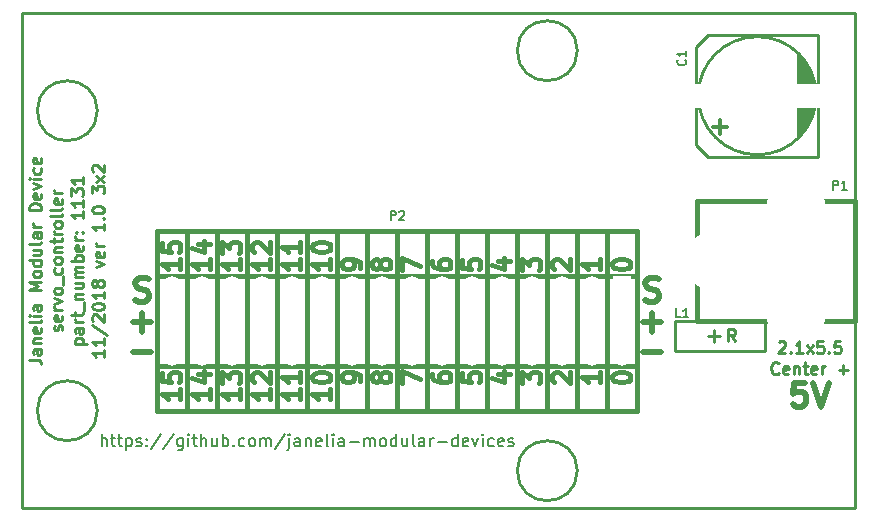
<source format=gto>
G04 #@! TF.GenerationSoftware,KiCad,Pcbnew,6.0.0-rc1-unknown-4d73cfb~66~ubuntu18.04.1*
G04 #@! TF.CreationDate,2018-11-28T14:14:14-05:00
G04 #@! TF.ProjectId,servo_controller_3x2,73657276-6f5f-4636-9f6e-74726f6c6c65,1.0*
G04 #@! TF.SameCoordinates,Original*
G04 #@! TF.FileFunction,Legend,Top*
G04 #@! TF.FilePolarity,Positive*
%FSLAX46Y46*%
G04 Gerber Fmt 4.6, Leading zero omitted, Abs format (unit mm)*
G04 Created by KiCad (PCBNEW 6.0.0-rc1-unknown-4d73cfb~66~ubuntu18.04.1) date Wed 28 Nov 2018 02:14:14 PM EST*
%MOMM*%
%LPD*%
G01*
G04 APERTURE LIST*
%ADD10C,0.508000*%
%ADD11C,0.254000*%
%ADD12C,0.228600*%
%ADD13C,0.190500*%
%ADD14C,0.381000*%
%ADD15C,0.250000*%
%ADD16C,0.375000*%
%ADD17C,3.556000*%
%ADD18O,1.854200X2.540000*%
%ADD19R,1.854200X2.540000*%
%ADD20O,1.524000X2.032000*%
%ADD21R,1.524000X2.032000*%
%ADD22R,4.100000X2.000000*%
%ADD23O,2.032000X1.524000*%
%ADD24C,1.930400*%
%ADD25O,4.572000X3.556000*%
%ADD26O,4.064000X5.080000*%
%ADD27O,5.080000X3.556000*%
G04 APERTURE END LIST*
D10*
X152012952Y-99217238D02*
X151045333Y-99217238D01*
X150948571Y-100184857D01*
X151045333Y-100088095D01*
X151238857Y-99991333D01*
X151722666Y-99991333D01*
X151916190Y-100088095D01*
X152012952Y-100184857D01*
X152109714Y-100378380D01*
X152109714Y-100862190D01*
X152012952Y-101055714D01*
X151916190Y-101152476D01*
X151722666Y-101249238D01*
X151238857Y-101249238D01*
X151045333Y-101152476D01*
X150948571Y-101055714D01*
X152690285Y-99217238D02*
X153367619Y-101249238D01*
X154044952Y-99217238D01*
D11*
X149763238Y-95806380D02*
X149811619Y-95758000D01*
X149908380Y-95709619D01*
X150150285Y-95709619D01*
X150247047Y-95758000D01*
X150295428Y-95806380D01*
X150343809Y-95903142D01*
X150343809Y-95999904D01*
X150295428Y-96145047D01*
X149714857Y-96725619D01*
X150343809Y-96725619D01*
X150779238Y-96628857D02*
X150827619Y-96677238D01*
X150779238Y-96725619D01*
X150730857Y-96677238D01*
X150779238Y-96628857D01*
X150779238Y-96725619D01*
X151795238Y-96725619D02*
X151214666Y-96725619D01*
X151504952Y-96725619D02*
X151504952Y-95709619D01*
X151408190Y-95854761D01*
X151311428Y-95951523D01*
X151214666Y-95999904D01*
X152133904Y-96725619D02*
X152666095Y-96048285D01*
X152133904Y-96048285D02*
X152666095Y-96725619D01*
X153536952Y-95709619D02*
X153053142Y-95709619D01*
X153004761Y-96193428D01*
X153053142Y-96145047D01*
X153149904Y-96096666D01*
X153391809Y-96096666D01*
X153488571Y-96145047D01*
X153536952Y-96193428D01*
X153585333Y-96290190D01*
X153585333Y-96532095D01*
X153536952Y-96628857D01*
X153488571Y-96677238D01*
X153391809Y-96725619D01*
X153149904Y-96725619D01*
X153053142Y-96677238D01*
X153004761Y-96628857D01*
X154020761Y-96628857D02*
X154069142Y-96677238D01*
X154020761Y-96725619D01*
X153972380Y-96677238D01*
X154020761Y-96628857D01*
X154020761Y-96725619D01*
X154988380Y-95709619D02*
X154504571Y-95709619D01*
X154456190Y-96193428D01*
X154504571Y-96145047D01*
X154601333Y-96096666D01*
X154843238Y-96096666D01*
X154940000Y-96145047D01*
X154988380Y-96193428D01*
X155036761Y-96290190D01*
X155036761Y-96532095D01*
X154988380Y-96628857D01*
X154940000Y-96677238D01*
X154843238Y-96725619D01*
X154601333Y-96725619D01*
X154504571Y-96677238D01*
X154456190Y-96628857D01*
X149763238Y-98406857D02*
X149714857Y-98455238D01*
X149569714Y-98503619D01*
X149472952Y-98503619D01*
X149327809Y-98455238D01*
X149231047Y-98358476D01*
X149182666Y-98261714D01*
X149134285Y-98068190D01*
X149134285Y-97923047D01*
X149182666Y-97729523D01*
X149231047Y-97632761D01*
X149327809Y-97536000D01*
X149472952Y-97487619D01*
X149569714Y-97487619D01*
X149714857Y-97536000D01*
X149763238Y-97584380D01*
X150585714Y-98455238D02*
X150488952Y-98503619D01*
X150295428Y-98503619D01*
X150198666Y-98455238D01*
X150150285Y-98358476D01*
X150150285Y-97971428D01*
X150198666Y-97874666D01*
X150295428Y-97826285D01*
X150488952Y-97826285D01*
X150585714Y-97874666D01*
X150634095Y-97971428D01*
X150634095Y-98068190D01*
X150150285Y-98164952D01*
X151069523Y-97826285D02*
X151069523Y-98503619D01*
X151069523Y-97923047D02*
X151117904Y-97874666D01*
X151214666Y-97826285D01*
X151359809Y-97826285D01*
X151456571Y-97874666D01*
X151504952Y-97971428D01*
X151504952Y-98503619D01*
X151843619Y-97826285D02*
X152230666Y-97826285D01*
X151988761Y-97487619D02*
X151988761Y-98358476D01*
X152037142Y-98455238D01*
X152133904Y-98503619D01*
X152230666Y-98503619D01*
X152956380Y-98455238D02*
X152859619Y-98503619D01*
X152666095Y-98503619D01*
X152569333Y-98455238D01*
X152520952Y-98358476D01*
X152520952Y-97971428D01*
X152569333Y-97874666D01*
X152666095Y-97826285D01*
X152859619Y-97826285D01*
X152956380Y-97874666D01*
X153004761Y-97971428D01*
X153004761Y-98068190D01*
X152520952Y-98164952D01*
X153440190Y-98503619D02*
X153440190Y-97826285D01*
X153440190Y-98019809D02*
X153488571Y-97923047D01*
X153536952Y-97874666D01*
X153633714Y-97826285D01*
X153730476Y-97826285D01*
X154843238Y-98116571D02*
X155617333Y-98116571D01*
X155230285Y-98503619D02*
X155230285Y-97729523D01*
D12*
X156210000Y-67945000D02*
X85725000Y-67945000D01*
X156210000Y-109855000D02*
X156210000Y-67945000D01*
X85725000Y-109855000D02*
X156210000Y-109855000D01*
X85725000Y-67945000D02*
X85725000Y-109855000D01*
D13*
X92437857Y-104599619D02*
X92437857Y-103583619D01*
X92873285Y-104599619D02*
X92873285Y-104067428D01*
X92824904Y-103970666D01*
X92728142Y-103922285D01*
X92583000Y-103922285D01*
X92486238Y-103970666D01*
X92437857Y-104019047D01*
X93211952Y-103922285D02*
X93599000Y-103922285D01*
X93357095Y-103583619D02*
X93357095Y-104454476D01*
X93405476Y-104551238D01*
X93502238Y-104599619D01*
X93599000Y-104599619D01*
X93792523Y-103922285D02*
X94179571Y-103922285D01*
X93937666Y-103583619D02*
X93937666Y-104454476D01*
X93986047Y-104551238D01*
X94082809Y-104599619D01*
X94179571Y-104599619D01*
X94518238Y-103922285D02*
X94518238Y-104938285D01*
X94518238Y-103970666D02*
X94615000Y-103922285D01*
X94808523Y-103922285D01*
X94905285Y-103970666D01*
X94953666Y-104019047D01*
X95002047Y-104115809D01*
X95002047Y-104406095D01*
X94953666Y-104502857D01*
X94905285Y-104551238D01*
X94808523Y-104599619D01*
X94615000Y-104599619D01*
X94518238Y-104551238D01*
X95389095Y-104551238D02*
X95485857Y-104599619D01*
X95679380Y-104599619D01*
X95776142Y-104551238D01*
X95824523Y-104454476D01*
X95824523Y-104406095D01*
X95776142Y-104309333D01*
X95679380Y-104260952D01*
X95534238Y-104260952D01*
X95437476Y-104212571D01*
X95389095Y-104115809D01*
X95389095Y-104067428D01*
X95437476Y-103970666D01*
X95534238Y-103922285D01*
X95679380Y-103922285D01*
X95776142Y-103970666D01*
X96259952Y-104502857D02*
X96308333Y-104551238D01*
X96259952Y-104599619D01*
X96211571Y-104551238D01*
X96259952Y-104502857D01*
X96259952Y-104599619D01*
X96259952Y-103970666D02*
X96308333Y-104019047D01*
X96259952Y-104067428D01*
X96211571Y-104019047D01*
X96259952Y-103970666D01*
X96259952Y-104067428D01*
X97469476Y-103535238D02*
X96598619Y-104841523D01*
X98533857Y-103535238D02*
X97663000Y-104841523D01*
X99307952Y-103922285D02*
X99307952Y-104744761D01*
X99259571Y-104841523D01*
X99211190Y-104889904D01*
X99114428Y-104938285D01*
X98969285Y-104938285D01*
X98872523Y-104889904D01*
X99307952Y-104551238D02*
X99211190Y-104599619D01*
X99017666Y-104599619D01*
X98920904Y-104551238D01*
X98872523Y-104502857D01*
X98824142Y-104406095D01*
X98824142Y-104115809D01*
X98872523Y-104019047D01*
X98920904Y-103970666D01*
X99017666Y-103922285D01*
X99211190Y-103922285D01*
X99307952Y-103970666D01*
X99791761Y-104599619D02*
X99791761Y-103922285D01*
X99791761Y-103583619D02*
X99743380Y-103632000D01*
X99791761Y-103680380D01*
X99840142Y-103632000D01*
X99791761Y-103583619D01*
X99791761Y-103680380D01*
X100130428Y-103922285D02*
X100517476Y-103922285D01*
X100275571Y-103583619D02*
X100275571Y-104454476D01*
X100323952Y-104551238D01*
X100420714Y-104599619D01*
X100517476Y-104599619D01*
X100856142Y-104599619D02*
X100856142Y-103583619D01*
X101291571Y-104599619D02*
X101291571Y-104067428D01*
X101243190Y-103970666D01*
X101146428Y-103922285D01*
X101001285Y-103922285D01*
X100904523Y-103970666D01*
X100856142Y-104019047D01*
X102210809Y-103922285D02*
X102210809Y-104599619D01*
X101775380Y-103922285D02*
X101775380Y-104454476D01*
X101823761Y-104551238D01*
X101920523Y-104599619D01*
X102065666Y-104599619D01*
X102162428Y-104551238D01*
X102210809Y-104502857D01*
X102694619Y-104599619D02*
X102694619Y-103583619D01*
X102694619Y-103970666D02*
X102791380Y-103922285D01*
X102984904Y-103922285D01*
X103081666Y-103970666D01*
X103130047Y-104019047D01*
X103178428Y-104115809D01*
X103178428Y-104406095D01*
X103130047Y-104502857D01*
X103081666Y-104551238D01*
X102984904Y-104599619D01*
X102791380Y-104599619D01*
X102694619Y-104551238D01*
X103613857Y-104502857D02*
X103662238Y-104551238D01*
X103613857Y-104599619D01*
X103565476Y-104551238D01*
X103613857Y-104502857D01*
X103613857Y-104599619D01*
X104533095Y-104551238D02*
X104436333Y-104599619D01*
X104242809Y-104599619D01*
X104146047Y-104551238D01*
X104097666Y-104502857D01*
X104049285Y-104406095D01*
X104049285Y-104115809D01*
X104097666Y-104019047D01*
X104146047Y-103970666D01*
X104242809Y-103922285D01*
X104436333Y-103922285D01*
X104533095Y-103970666D01*
X105113666Y-104599619D02*
X105016904Y-104551238D01*
X104968523Y-104502857D01*
X104920142Y-104406095D01*
X104920142Y-104115809D01*
X104968523Y-104019047D01*
X105016904Y-103970666D01*
X105113666Y-103922285D01*
X105258809Y-103922285D01*
X105355571Y-103970666D01*
X105403952Y-104019047D01*
X105452333Y-104115809D01*
X105452333Y-104406095D01*
X105403952Y-104502857D01*
X105355571Y-104551238D01*
X105258809Y-104599619D01*
X105113666Y-104599619D01*
X105887761Y-104599619D02*
X105887761Y-103922285D01*
X105887761Y-104019047D02*
X105936142Y-103970666D01*
X106032904Y-103922285D01*
X106178047Y-103922285D01*
X106274809Y-103970666D01*
X106323190Y-104067428D01*
X106323190Y-104599619D01*
X106323190Y-104067428D02*
X106371571Y-103970666D01*
X106468333Y-103922285D01*
X106613476Y-103922285D01*
X106710238Y-103970666D01*
X106758619Y-104067428D01*
X106758619Y-104599619D01*
X107968142Y-103535238D02*
X107097285Y-104841523D01*
X108306809Y-103922285D02*
X108306809Y-104793142D01*
X108258428Y-104889904D01*
X108161666Y-104938285D01*
X108113285Y-104938285D01*
X108306809Y-103583619D02*
X108258428Y-103632000D01*
X108306809Y-103680380D01*
X108355190Y-103632000D01*
X108306809Y-103583619D01*
X108306809Y-103680380D01*
X109226047Y-104599619D02*
X109226047Y-104067428D01*
X109177666Y-103970666D01*
X109080904Y-103922285D01*
X108887380Y-103922285D01*
X108790619Y-103970666D01*
X109226047Y-104551238D02*
X109129285Y-104599619D01*
X108887380Y-104599619D01*
X108790619Y-104551238D01*
X108742238Y-104454476D01*
X108742238Y-104357714D01*
X108790619Y-104260952D01*
X108887380Y-104212571D01*
X109129285Y-104212571D01*
X109226047Y-104164190D01*
X109709857Y-103922285D02*
X109709857Y-104599619D01*
X109709857Y-104019047D02*
X109758238Y-103970666D01*
X109855000Y-103922285D01*
X110000142Y-103922285D01*
X110096904Y-103970666D01*
X110145285Y-104067428D01*
X110145285Y-104599619D01*
X111016142Y-104551238D02*
X110919380Y-104599619D01*
X110725857Y-104599619D01*
X110629095Y-104551238D01*
X110580714Y-104454476D01*
X110580714Y-104067428D01*
X110629095Y-103970666D01*
X110725857Y-103922285D01*
X110919380Y-103922285D01*
X111016142Y-103970666D01*
X111064523Y-104067428D01*
X111064523Y-104164190D01*
X110580714Y-104260952D01*
X111645095Y-104599619D02*
X111548333Y-104551238D01*
X111499952Y-104454476D01*
X111499952Y-103583619D01*
X112032142Y-104599619D02*
X112032142Y-103922285D01*
X112032142Y-103583619D02*
X111983761Y-103632000D01*
X112032142Y-103680380D01*
X112080523Y-103632000D01*
X112032142Y-103583619D01*
X112032142Y-103680380D01*
X112951380Y-104599619D02*
X112951380Y-104067428D01*
X112903000Y-103970666D01*
X112806238Y-103922285D01*
X112612714Y-103922285D01*
X112515952Y-103970666D01*
X112951380Y-104551238D02*
X112854619Y-104599619D01*
X112612714Y-104599619D01*
X112515952Y-104551238D01*
X112467571Y-104454476D01*
X112467571Y-104357714D01*
X112515952Y-104260952D01*
X112612714Y-104212571D01*
X112854619Y-104212571D01*
X112951380Y-104164190D01*
X113435190Y-104212571D02*
X114209285Y-104212571D01*
X114693095Y-104599619D02*
X114693095Y-103922285D01*
X114693095Y-104019047D02*
X114741476Y-103970666D01*
X114838238Y-103922285D01*
X114983380Y-103922285D01*
X115080142Y-103970666D01*
X115128523Y-104067428D01*
X115128523Y-104599619D01*
X115128523Y-104067428D02*
X115176904Y-103970666D01*
X115273666Y-103922285D01*
X115418809Y-103922285D01*
X115515571Y-103970666D01*
X115563952Y-104067428D01*
X115563952Y-104599619D01*
X116192904Y-104599619D02*
X116096142Y-104551238D01*
X116047761Y-104502857D01*
X115999380Y-104406095D01*
X115999380Y-104115809D01*
X116047761Y-104019047D01*
X116096142Y-103970666D01*
X116192904Y-103922285D01*
X116338047Y-103922285D01*
X116434809Y-103970666D01*
X116483190Y-104019047D01*
X116531571Y-104115809D01*
X116531571Y-104406095D01*
X116483190Y-104502857D01*
X116434809Y-104551238D01*
X116338047Y-104599619D01*
X116192904Y-104599619D01*
X117402428Y-104599619D02*
X117402428Y-103583619D01*
X117402428Y-104551238D02*
X117305666Y-104599619D01*
X117112142Y-104599619D01*
X117015380Y-104551238D01*
X116967000Y-104502857D01*
X116918619Y-104406095D01*
X116918619Y-104115809D01*
X116967000Y-104019047D01*
X117015380Y-103970666D01*
X117112142Y-103922285D01*
X117305666Y-103922285D01*
X117402428Y-103970666D01*
X118321666Y-103922285D02*
X118321666Y-104599619D01*
X117886238Y-103922285D02*
X117886238Y-104454476D01*
X117934619Y-104551238D01*
X118031380Y-104599619D01*
X118176523Y-104599619D01*
X118273285Y-104551238D01*
X118321666Y-104502857D01*
X118950619Y-104599619D02*
X118853857Y-104551238D01*
X118805476Y-104454476D01*
X118805476Y-103583619D01*
X119773095Y-104599619D02*
X119773095Y-104067428D01*
X119724714Y-103970666D01*
X119627952Y-103922285D01*
X119434428Y-103922285D01*
X119337666Y-103970666D01*
X119773095Y-104551238D02*
X119676333Y-104599619D01*
X119434428Y-104599619D01*
X119337666Y-104551238D01*
X119289285Y-104454476D01*
X119289285Y-104357714D01*
X119337666Y-104260952D01*
X119434428Y-104212571D01*
X119676333Y-104212571D01*
X119773095Y-104164190D01*
X120256904Y-104599619D02*
X120256904Y-103922285D01*
X120256904Y-104115809D02*
X120305285Y-104019047D01*
X120353666Y-103970666D01*
X120450428Y-103922285D01*
X120547190Y-103922285D01*
X120885857Y-104212571D02*
X121659952Y-104212571D01*
X122579190Y-104599619D02*
X122579190Y-103583619D01*
X122579190Y-104551238D02*
X122482428Y-104599619D01*
X122288904Y-104599619D01*
X122192142Y-104551238D01*
X122143761Y-104502857D01*
X122095380Y-104406095D01*
X122095380Y-104115809D01*
X122143761Y-104019047D01*
X122192142Y-103970666D01*
X122288904Y-103922285D01*
X122482428Y-103922285D01*
X122579190Y-103970666D01*
X123450047Y-104551238D02*
X123353285Y-104599619D01*
X123159761Y-104599619D01*
X123063000Y-104551238D01*
X123014619Y-104454476D01*
X123014619Y-104067428D01*
X123063000Y-103970666D01*
X123159761Y-103922285D01*
X123353285Y-103922285D01*
X123450047Y-103970666D01*
X123498428Y-104067428D01*
X123498428Y-104164190D01*
X123014619Y-104260952D01*
X123837095Y-103922285D02*
X124079000Y-104599619D01*
X124320904Y-103922285D01*
X124707952Y-104599619D02*
X124707952Y-103922285D01*
X124707952Y-103583619D02*
X124659571Y-103632000D01*
X124707952Y-103680380D01*
X124756333Y-103632000D01*
X124707952Y-103583619D01*
X124707952Y-103680380D01*
X125627190Y-104551238D02*
X125530428Y-104599619D01*
X125336904Y-104599619D01*
X125240142Y-104551238D01*
X125191761Y-104502857D01*
X125143380Y-104406095D01*
X125143380Y-104115809D01*
X125191761Y-104019047D01*
X125240142Y-103970666D01*
X125336904Y-103922285D01*
X125530428Y-103922285D01*
X125627190Y-103970666D01*
X126449666Y-104551238D02*
X126352904Y-104599619D01*
X126159380Y-104599619D01*
X126062619Y-104551238D01*
X126014238Y-104454476D01*
X126014238Y-104067428D01*
X126062619Y-103970666D01*
X126159380Y-103922285D01*
X126352904Y-103922285D01*
X126449666Y-103970666D01*
X126498047Y-104067428D01*
X126498047Y-104164190D01*
X126014238Y-104260952D01*
X126885095Y-104551238D02*
X126981857Y-104599619D01*
X127175380Y-104599619D01*
X127272142Y-104551238D01*
X127320523Y-104454476D01*
X127320523Y-104406095D01*
X127272142Y-104309333D01*
X127175380Y-104260952D01*
X127030238Y-104260952D01*
X126933476Y-104212571D01*
X126885095Y-104115809D01*
X126885095Y-104067428D01*
X126933476Y-103970666D01*
X127030238Y-103922285D01*
X127175380Y-103922285D01*
X127272142Y-103970666D01*
D11*
X86311619Y-97294095D02*
X87037333Y-97294095D01*
X87182476Y-97342476D01*
X87279238Y-97439238D01*
X87327619Y-97584380D01*
X87327619Y-97681142D01*
X87327619Y-96374857D02*
X86795428Y-96374857D01*
X86698666Y-96423238D01*
X86650285Y-96520000D01*
X86650285Y-96713523D01*
X86698666Y-96810285D01*
X87279238Y-96374857D02*
X87327619Y-96471619D01*
X87327619Y-96713523D01*
X87279238Y-96810285D01*
X87182476Y-96858666D01*
X87085714Y-96858666D01*
X86988952Y-96810285D01*
X86940571Y-96713523D01*
X86940571Y-96471619D01*
X86892190Y-96374857D01*
X86650285Y-95891047D02*
X87327619Y-95891047D01*
X86747047Y-95891047D02*
X86698666Y-95842666D01*
X86650285Y-95745904D01*
X86650285Y-95600761D01*
X86698666Y-95504000D01*
X86795428Y-95455619D01*
X87327619Y-95455619D01*
X87279238Y-94584761D02*
X87327619Y-94681523D01*
X87327619Y-94875047D01*
X87279238Y-94971809D01*
X87182476Y-95020190D01*
X86795428Y-95020190D01*
X86698666Y-94971809D01*
X86650285Y-94875047D01*
X86650285Y-94681523D01*
X86698666Y-94584761D01*
X86795428Y-94536380D01*
X86892190Y-94536380D01*
X86988952Y-95020190D01*
X87327619Y-93955809D02*
X87279238Y-94052571D01*
X87182476Y-94100952D01*
X86311619Y-94100952D01*
X87327619Y-93568761D02*
X86650285Y-93568761D01*
X86311619Y-93568761D02*
X86360000Y-93617142D01*
X86408380Y-93568761D01*
X86360000Y-93520380D01*
X86311619Y-93568761D01*
X86408380Y-93568761D01*
X87327619Y-92649523D02*
X86795428Y-92649523D01*
X86698666Y-92697904D01*
X86650285Y-92794666D01*
X86650285Y-92988190D01*
X86698666Y-93084952D01*
X87279238Y-92649523D02*
X87327619Y-92746285D01*
X87327619Y-92988190D01*
X87279238Y-93084952D01*
X87182476Y-93133333D01*
X87085714Y-93133333D01*
X86988952Y-93084952D01*
X86940571Y-92988190D01*
X86940571Y-92746285D01*
X86892190Y-92649523D01*
X87327619Y-91391619D02*
X86311619Y-91391619D01*
X87037333Y-91052952D01*
X86311619Y-90714285D01*
X87327619Y-90714285D01*
X87327619Y-90085333D02*
X87279238Y-90182095D01*
X87230857Y-90230476D01*
X87134095Y-90278857D01*
X86843809Y-90278857D01*
X86747047Y-90230476D01*
X86698666Y-90182095D01*
X86650285Y-90085333D01*
X86650285Y-89940190D01*
X86698666Y-89843428D01*
X86747047Y-89795047D01*
X86843809Y-89746666D01*
X87134095Y-89746666D01*
X87230857Y-89795047D01*
X87279238Y-89843428D01*
X87327619Y-89940190D01*
X87327619Y-90085333D01*
X87327619Y-88875809D02*
X86311619Y-88875809D01*
X87279238Y-88875809D02*
X87327619Y-88972571D01*
X87327619Y-89166095D01*
X87279238Y-89262857D01*
X87230857Y-89311238D01*
X87134095Y-89359619D01*
X86843809Y-89359619D01*
X86747047Y-89311238D01*
X86698666Y-89262857D01*
X86650285Y-89166095D01*
X86650285Y-88972571D01*
X86698666Y-88875809D01*
X86650285Y-87956571D02*
X87327619Y-87956571D01*
X86650285Y-88392000D02*
X87182476Y-88392000D01*
X87279238Y-88343619D01*
X87327619Y-88246857D01*
X87327619Y-88101714D01*
X87279238Y-88004952D01*
X87230857Y-87956571D01*
X87327619Y-87327619D02*
X87279238Y-87424380D01*
X87182476Y-87472761D01*
X86311619Y-87472761D01*
X87327619Y-86505142D02*
X86795428Y-86505142D01*
X86698666Y-86553523D01*
X86650285Y-86650285D01*
X86650285Y-86843809D01*
X86698666Y-86940571D01*
X87279238Y-86505142D02*
X87327619Y-86601904D01*
X87327619Y-86843809D01*
X87279238Y-86940571D01*
X87182476Y-86988952D01*
X87085714Y-86988952D01*
X86988952Y-86940571D01*
X86940571Y-86843809D01*
X86940571Y-86601904D01*
X86892190Y-86505142D01*
X87327619Y-86021333D02*
X86650285Y-86021333D01*
X86843809Y-86021333D02*
X86747047Y-85972952D01*
X86698666Y-85924571D01*
X86650285Y-85827809D01*
X86650285Y-85731047D01*
X87327619Y-84618285D02*
X86311619Y-84618285D01*
X86311619Y-84376380D01*
X86360000Y-84231238D01*
X86456761Y-84134476D01*
X86553523Y-84086095D01*
X86747047Y-84037714D01*
X86892190Y-84037714D01*
X87085714Y-84086095D01*
X87182476Y-84134476D01*
X87279238Y-84231238D01*
X87327619Y-84376380D01*
X87327619Y-84618285D01*
X87279238Y-83215238D02*
X87327619Y-83312000D01*
X87327619Y-83505523D01*
X87279238Y-83602285D01*
X87182476Y-83650666D01*
X86795428Y-83650666D01*
X86698666Y-83602285D01*
X86650285Y-83505523D01*
X86650285Y-83312000D01*
X86698666Y-83215238D01*
X86795428Y-83166857D01*
X86892190Y-83166857D01*
X86988952Y-83650666D01*
X86650285Y-82828190D02*
X87327619Y-82586285D01*
X86650285Y-82344380D01*
X87327619Y-81957333D02*
X86650285Y-81957333D01*
X86311619Y-81957333D02*
X86360000Y-82005714D01*
X86408380Y-81957333D01*
X86360000Y-81908952D01*
X86311619Y-81957333D01*
X86408380Y-81957333D01*
X87279238Y-81038095D02*
X87327619Y-81134857D01*
X87327619Y-81328380D01*
X87279238Y-81425142D01*
X87230857Y-81473523D01*
X87134095Y-81521904D01*
X86843809Y-81521904D01*
X86747047Y-81473523D01*
X86698666Y-81425142D01*
X86650285Y-81328380D01*
X86650285Y-81134857D01*
X86698666Y-81038095D01*
X87279238Y-80215619D02*
X87327619Y-80312380D01*
X87327619Y-80505904D01*
X87279238Y-80602666D01*
X87182476Y-80651047D01*
X86795428Y-80651047D01*
X86698666Y-80602666D01*
X86650285Y-80505904D01*
X86650285Y-80312380D01*
X86698666Y-80215619D01*
X86795428Y-80167238D01*
X86892190Y-80167238D01*
X86988952Y-80651047D01*
X89057238Y-94802476D02*
X89105619Y-94705714D01*
X89105619Y-94512190D01*
X89057238Y-94415428D01*
X88960476Y-94367047D01*
X88912095Y-94367047D01*
X88815333Y-94415428D01*
X88766952Y-94512190D01*
X88766952Y-94657333D01*
X88718571Y-94754095D01*
X88621809Y-94802476D01*
X88573428Y-94802476D01*
X88476666Y-94754095D01*
X88428285Y-94657333D01*
X88428285Y-94512190D01*
X88476666Y-94415428D01*
X89057238Y-93544571D02*
X89105619Y-93641333D01*
X89105619Y-93834857D01*
X89057238Y-93931619D01*
X88960476Y-93980000D01*
X88573428Y-93980000D01*
X88476666Y-93931619D01*
X88428285Y-93834857D01*
X88428285Y-93641333D01*
X88476666Y-93544571D01*
X88573428Y-93496190D01*
X88670190Y-93496190D01*
X88766952Y-93980000D01*
X89105619Y-93060761D02*
X88428285Y-93060761D01*
X88621809Y-93060761D02*
X88525047Y-93012380D01*
X88476666Y-92964000D01*
X88428285Y-92867238D01*
X88428285Y-92770476D01*
X88428285Y-92528571D02*
X89105619Y-92286666D01*
X88428285Y-92044761D01*
X89105619Y-91512571D02*
X89057238Y-91609333D01*
X89008857Y-91657714D01*
X88912095Y-91706095D01*
X88621809Y-91706095D01*
X88525047Y-91657714D01*
X88476666Y-91609333D01*
X88428285Y-91512571D01*
X88428285Y-91367428D01*
X88476666Y-91270666D01*
X88525047Y-91222285D01*
X88621809Y-91173904D01*
X88912095Y-91173904D01*
X89008857Y-91222285D01*
X89057238Y-91270666D01*
X89105619Y-91367428D01*
X89105619Y-91512571D01*
X89202380Y-90980380D02*
X89202380Y-90206285D01*
X89057238Y-89528952D02*
X89105619Y-89625714D01*
X89105619Y-89819238D01*
X89057238Y-89916000D01*
X89008857Y-89964380D01*
X88912095Y-90012761D01*
X88621809Y-90012761D01*
X88525047Y-89964380D01*
X88476666Y-89916000D01*
X88428285Y-89819238D01*
X88428285Y-89625714D01*
X88476666Y-89528952D01*
X89105619Y-88948380D02*
X89057238Y-89045142D01*
X89008857Y-89093523D01*
X88912095Y-89141904D01*
X88621809Y-89141904D01*
X88525047Y-89093523D01*
X88476666Y-89045142D01*
X88428285Y-88948380D01*
X88428285Y-88803238D01*
X88476666Y-88706476D01*
X88525047Y-88658095D01*
X88621809Y-88609714D01*
X88912095Y-88609714D01*
X89008857Y-88658095D01*
X89057238Y-88706476D01*
X89105619Y-88803238D01*
X89105619Y-88948380D01*
X88428285Y-88174285D02*
X89105619Y-88174285D01*
X88525047Y-88174285D02*
X88476666Y-88125904D01*
X88428285Y-88029142D01*
X88428285Y-87884000D01*
X88476666Y-87787238D01*
X88573428Y-87738857D01*
X89105619Y-87738857D01*
X88428285Y-87400190D02*
X88428285Y-87013142D01*
X88089619Y-87255047D02*
X88960476Y-87255047D01*
X89057238Y-87206666D01*
X89105619Y-87109904D01*
X89105619Y-87013142D01*
X89105619Y-86674476D02*
X88428285Y-86674476D01*
X88621809Y-86674476D02*
X88525047Y-86626095D01*
X88476666Y-86577714D01*
X88428285Y-86480952D01*
X88428285Y-86384190D01*
X89105619Y-85900380D02*
X89057238Y-85997142D01*
X89008857Y-86045523D01*
X88912095Y-86093904D01*
X88621809Y-86093904D01*
X88525047Y-86045523D01*
X88476666Y-85997142D01*
X88428285Y-85900380D01*
X88428285Y-85755238D01*
X88476666Y-85658476D01*
X88525047Y-85610095D01*
X88621809Y-85561714D01*
X88912095Y-85561714D01*
X89008857Y-85610095D01*
X89057238Y-85658476D01*
X89105619Y-85755238D01*
X89105619Y-85900380D01*
X89105619Y-84981142D02*
X89057238Y-85077904D01*
X88960476Y-85126285D01*
X88089619Y-85126285D01*
X89105619Y-84448952D02*
X89057238Y-84545714D01*
X88960476Y-84594095D01*
X88089619Y-84594095D01*
X89057238Y-83674857D02*
X89105619Y-83771619D01*
X89105619Y-83965142D01*
X89057238Y-84061904D01*
X88960476Y-84110285D01*
X88573428Y-84110285D01*
X88476666Y-84061904D01*
X88428285Y-83965142D01*
X88428285Y-83771619D01*
X88476666Y-83674857D01*
X88573428Y-83626476D01*
X88670190Y-83626476D01*
X88766952Y-84110285D01*
X89105619Y-83191047D02*
X88428285Y-83191047D01*
X88621809Y-83191047D02*
X88525047Y-83142666D01*
X88476666Y-83094285D01*
X88428285Y-82997523D01*
X88428285Y-82900761D01*
X90206285Y-95939428D02*
X91222285Y-95939428D01*
X90254666Y-95939428D02*
X90206285Y-95842666D01*
X90206285Y-95649142D01*
X90254666Y-95552380D01*
X90303047Y-95504000D01*
X90399809Y-95455619D01*
X90690095Y-95455619D01*
X90786857Y-95504000D01*
X90835238Y-95552380D01*
X90883619Y-95649142D01*
X90883619Y-95842666D01*
X90835238Y-95939428D01*
X90883619Y-94584761D02*
X90351428Y-94584761D01*
X90254666Y-94633142D01*
X90206285Y-94729904D01*
X90206285Y-94923428D01*
X90254666Y-95020190D01*
X90835238Y-94584761D02*
X90883619Y-94681523D01*
X90883619Y-94923428D01*
X90835238Y-95020190D01*
X90738476Y-95068571D01*
X90641714Y-95068571D01*
X90544952Y-95020190D01*
X90496571Y-94923428D01*
X90496571Y-94681523D01*
X90448190Y-94584761D01*
X90883619Y-94100952D02*
X90206285Y-94100952D01*
X90399809Y-94100952D02*
X90303047Y-94052571D01*
X90254666Y-94004190D01*
X90206285Y-93907428D01*
X90206285Y-93810666D01*
X90206285Y-93617142D02*
X90206285Y-93230095D01*
X89867619Y-93472000D02*
X90738476Y-93472000D01*
X90835238Y-93423619D01*
X90883619Y-93326857D01*
X90883619Y-93230095D01*
X90980380Y-93133333D02*
X90980380Y-92359238D01*
X90206285Y-92117333D02*
X90883619Y-92117333D01*
X90303047Y-92117333D02*
X90254666Y-92068952D01*
X90206285Y-91972190D01*
X90206285Y-91827047D01*
X90254666Y-91730285D01*
X90351428Y-91681904D01*
X90883619Y-91681904D01*
X90206285Y-90762666D02*
X90883619Y-90762666D01*
X90206285Y-91198095D02*
X90738476Y-91198095D01*
X90835238Y-91149714D01*
X90883619Y-91052952D01*
X90883619Y-90907809D01*
X90835238Y-90811047D01*
X90786857Y-90762666D01*
X90883619Y-90278857D02*
X90206285Y-90278857D01*
X90303047Y-90278857D02*
X90254666Y-90230476D01*
X90206285Y-90133714D01*
X90206285Y-89988571D01*
X90254666Y-89891809D01*
X90351428Y-89843428D01*
X90883619Y-89843428D01*
X90351428Y-89843428D02*
X90254666Y-89795047D01*
X90206285Y-89698285D01*
X90206285Y-89553142D01*
X90254666Y-89456380D01*
X90351428Y-89408000D01*
X90883619Y-89408000D01*
X90883619Y-88924190D02*
X89867619Y-88924190D01*
X90254666Y-88924190D02*
X90206285Y-88827428D01*
X90206285Y-88633904D01*
X90254666Y-88537142D01*
X90303047Y-88488761D01*
X90399809Y-88440380D01*
X90690095Y-88440380D01*
X90786857Y-88488761D01*
X90835238Y-88537142D01*
X90883619Y-88633904D01*
X90883619Y-88827428D01*
X90835238Y-88924190D01*
X90835238Y-87617904D02*
X90883619Y-87714666D01*
X90883619Y-87908190D01*
X90835238Y-88004952D01*
X90738476Y-88053333D01*
X90351428Y-88053333D01*
X90254666Y-88004952D01*
X90206285Y-87908190D01*
X90206285Y-87714666D01*
X90254666Y-87617904D01*
X90351428Y-87569523D01*
X90448190Y-87569523D01*
X90544952Y-88053333D01*
X90883619Y-87134095D02*
X90206285Y-87134095D01*
X90399809Y-87134095D02*
X90303047Y-87085714D01*
X90254666Y-87037333D01*
X90206285Y-86940571D01*
X90206285Y-86843809D01*
X90786857Y-86505142D02*
X90835238Y-86456761D01*
X90883619Y-86505142D01*
X90835238Y-86553523D01*
X90786857Y-86505142D01*
X90883619Y-86505142D01*
X90254666Y-86505142D02*
X90303047Y-86456761D01*
X90351428Y-86505142D01*
X90303047Y-86553523D01*
X90254666Y-86505142D01*
X90351428Y-86505142D01*
X90883619Y-84715047D02*
X90883619Y-85295619D01*
X90883619Y-85005333D02*
X89867619Y-85005333D01*
X90012761Y-85102095D01*
X90109523Y-85198857D01*
X90157904Y-85295619D01*
X90883619Y-83747428D02*
X90883619Y-84328000D01*
X90883619Y-84037714D02*
X89867619Y-84037714D01*
X90012761Y-84134476D01*
X90109523Y-84231238D01*
X90157904Y-84328000D01*
X89867619Y-83408761D02*
X89867619Y-82779809D01*
X90254666Y-83118476D01*
X90254666Y-82973333D01*
X90303047Y-82876571D01*
X90351428Y-82828190D01*
X90448190Y-82779809D01*
X90690095Y-82779809D01*
X90786857Y-82828190D01*
X90835238Y-82876571D01*
X90883619Y-82973333D01*
X90883619Y-83263619D01*
X90835238Y-83360380D01*
X90786857Y-83408761D01*
X90883619Y-81812190D02*
X90883619Y-82392761D01*
X90883619Y-82102476D02*
X89867619Y-82102476D01*
X90012761Y-82199238D01*
X90109523Y-82295999D01*
X90157904Y-82392761D01*
X92661619Y-96447428D02*
X92661619Y-97028000D01*
X92661619Y-96737714D02*
X91645619Y-96737714D01*
X91790761Y-96834476D01*
X91887523Y-96931238D01*
X91935904Y-97028000D01*
X92661619Y-95479809D02*
X92661619Y-96060380D01*
X92661619Y-95770095D02*
X91645619Y-95770095D01*
X91790761Y-95866857D01*
X91887523Y-95963619D01*
X91935904Y-96060380D01*
X91597238Y-94318666D02*
X92903523Y-95189523D01*
X91742380Y-94028380D02*
X91694000Y-93980000D01*
X91645619Y-93883238D01*
X91645619Y-93641333D01*
X91694000Y-93544571D01*
X91742380Y-93496190D01*
X91839142Y-93447809D01*
X91935904Y-93447809D01*
X92081047Y-93496190D01*
X92661619Y-94076761D01*
X92661619Y-93447809D01*
X91645619Y-92818857D02*
X91645619Y-92722095D01*
X91694000Y-92625333D01*
X91742380Y-92576952D01*
X91839142Y-92528571D01*
X92032666Y-92480190D01*
X92274571Y-92480190D01*
X92468095Y-92528571D01*
X92564857Y-92576952D01*
X92613238Y-92625333D01*
X92661619Y-92722095D01*
X92661619Y-92818857D01*
X92613238Y-92915619D01*
X92564857Y-92964000D01*
X92468095Y-93012380D01*
X92274571Y-93060761D01*
X92032666Y-93060761D01*
X91839142Y-93012380D01*
X91742380Y-92964000D01*
X91694000Y-92915619D01*
X91645619Y-92818857D01*
X92661619Y-91512571D02*
X92661619Y-92093142D01*
X92661619Y-91802857D02*
X91645619Y-91802857D01*
X91790761Y-91899619D01*
X91887523Y-91996380D01*
X91935904Y-92093142D01*
X92081047Y-90932000D02*
X92032666Y-91028761D01*
X91984285Y-91077142D01*
X91887523Y-91125523D01*
X91839142Y-91125523D01*
X91742380Y-91077142D01*
X91694000Y-91028761D01*
X91645619Y-90932000D01*
X91645619Y-90738476D01*
X91694000Y-90641714D01*
X91742380Y-90593333D01*
X91839142Y-90544952D01*
X91887523Y-90544952D01*
X91984285Y-90593333D01*
X92032666Y-90641714D01*
X92081047Y-90738476D01*
X92081047Y-90932000D01*
X92129428Y-91028761D01*
X92177809Y-91077142D01*
X92274571Y-91125523D01*
X92468095Y-91125523D01*
X92564857Y-91077142D01*
X92613238Y-91028761D01*
X92661619Y-90932000D01*
X92661619Y-90738476D01*
X92613238Y-90641714D01*
X92564857Y-90593333D01*
X92468095Y-90544952D01*
X92274571Y-90544952D01*
X92177809Y-90593333D01*
X92129428Y-90641714D01*
X92081047Y-90738476D01*
X91984285Y-89432190D02*
X92661619Y-89190285D01*
X91984285Y-88948380D01*
X92613238Y-88174285D02*
X92661619Y-88271047D01*
X92661619Y-88464571D01*
X92613238Y-88561333D01*
X92516476Y-88609714D01*
X92129428Y-88609714D01*
X92032666Y-88561333D01*
X91984285Y-88464571D01*
X91984285Y-88271047D01*
X92032666Y-88174285D01*
X92129428Y-88125904D01*
X92226190Y-88125904D01*
X92322952Y-88609714D01*
X92661619Y-87690476D02*
X91984285Y-87690476D01*
X92177809Y-87690476D02*
X92081047Y-87642095D01*
X92032666Y-87593714D01*
X91984285Y-87496952D01*
X91984285Y-87400190D01*
X92661619Y-85755238D02*
X92661619Y-86335809D01*
X92661619Y-86045523D02*
X91645619Y-86045523D01*
X91790761Y-86142285D01*
X91887523Y-86239047D01*
X91935904Y-86335809D01*
X92564857Y-85319809D02*
X92613238Y-85271428D01*
X92661619Y-85319809D01*
X92613238Y-85368190D01*
X92564857Y-85319809D01*
X92661619Y-85319809D01*
X91645619Y-84642476D02*
X91645619Y-84545714D01*
X91694000Y-84448952D01*
X91742380Y-84400571D01*
X91839142Y-84352190D01*
X92032666Y-84303809D01*
X92274571Y-84303809D01*
X92468095Y-84352190D01*
X92564857Y-84400571D01*
X92613238Y-84448952D01*
X92661619Y-84545714D01*
X92661619Y-84642476D01*
X92613238Y-84739238D01*
X92564857Y-84787619D01*
X92468095Y-84836000D01*
X92274571Y-84884380D01*
X92032666Y-84884380D01*
X91839142Y-84836000D01*
X91742380Y-84787619D01*
X91694000Y-84739238D01*
X91645619Y-84642476D01*
X91645619Y-83191047D02*
X91645619Y-82562095D01*
X92032666Y-82900761D01*
X92032666Y-82755619D01*
X92081047Y-82658857D01*
X92129428Y-82610476D01*
X92226190Y-82562095D01*
X92468095Y-82562095D01*
X92564857Y-82610476D01*
X92613238Y-82658857D01*
X92661619Y-82755619D01*
X92661619Y-83045904D01*
X92613238Y-83142666D01*
X92564857Y-83191047D01*
X92661619Y-82223428D02*
X91984285Y-81691238D01*
X91984285Y-82223428D02*
X92661619Y-81691238D01*
X91742380Y-81352571D02*
X91694000Y-81304190D01*
X91645619Y-81207428D01*
X91645619Y-80965523D01*
X91694000Y-80868761D01*
X91742380Y-80820380D01*
X91839142Y-80772000D01*
X91935904Y-80772000D01*
X92081047Y-80820380D01*
X92661619Y-81400952D01*
X92661619Y-80772000D01*
D12*
G04 #@! TO.C,MDB1*
X132715000Y-71120000D02*
G75*
G03X132715000Y-71120000I-2540000J0D01*
G01*
X132715000Y-106680000D02*
G75*
G03X132715000Y-106680000I-2540000J0D01*
G01*
X92075000Y-101600000D02*
G75*
G03X92075000Y-101600000I-2540000J0D01*
G01*
X92075000Y-76200000D02*
G75*
G03X92075000Y-76200000I-2540000J0D01*
G01*
D14*
G04 #@! TO.C,P2*
X137795000Y-101600000D02*
X135255000Y-101600000D01*
X135255000Y-86360000D02*
X137795000Y-86360000D01*
X137795000Y-86360000D02*
X137795000Y-101600000D01*
X135255000Y-101600000D02*
X132715000Y-101600000D01*
X135255000Y-86360000D02*
X135255000Y-101600000D01*
X132715000Y-86360000D02*
X135255000Y-86360000D01*
X130175000Y-86360000D02*
X132715000Y-86360000D01*
X132715000Y-86360000D02*
X132715000Y-101600000D01*
X132715000Y-101600000D02*
X130175000Y-101600000D01*
X127635000Y-86360000D02*
X130175000Y-86360000D01*
X130175000Y-86360000D02*
X130175000Y-101600000D01*
X130175000Y-101600000D02*
X127635000Y-101600000D01*
X125095000Y-86360000D02*
X127635000Y-86360000D01*
X127635000Y-101600000D02*
X125095000Y-101600000D01*
X127635000Y-86360000D02*
X127635000Y-101600000D01*
X122555000Y-86360000D02*
X125095000Y-86360000D01*
X125095000Y-101600000D02*
X122555000Y-101600000D01*
X125095000Y-86360000D02*
X125095000Y-101600000D01*
X120015000Y-86360000D02*
X122555000Y-86360000D01*
X122555000Y-86360000D02*
X122555000Y-101600000D01*
X122555000Y-101600000D02*
X120015000Y-101600000D01*
X117475000Y-86360000D02*
X120015000Y-86360000D01*
X120015000Y-101600000D02*
X117475000Y-101600000D01*
X120015000Y-86360000D02*
X120015000Y-101600000D01*
X114935000Y-86360000D02*
X117475000Y-86360000D01*
X117475000Y-86360000D02*
X117475000Y-101600000D01*
X117475000Y-101600000D02*
X114935000Y-101600000D01*
X114935000Y-101600000D02*
X112395000Y-101600000D01*
X112395000Y-86360000D02*
X114935000Y-86360000D01*
X114935000Y-86360000D02*
X114935000Y-101600000D01*
X112395000Y-101600000D02*
X109855000Y-101600000D01*
X109855000Y-86360000D02*
X112395000Y-86360000D01*
X112395000Y-86360000D02*
X112395000Y-101600000D01*
X109855000Y-101600000D02*
X107315000Y-101600000D01*
X109855000Y-86360000D02*
X109855000Y-101600000D01*
X107315000Y-86360000D02*
X109855000Y-86360000D01*
X107315000Y-101600000D02*
X104775000Y-101600000D01*
X107315000Y-86360000D02*
X107315000Y-101600000D01*
X104775000Y-86360000D02*
X107315000Y-86360000D01*
X104775000Y-101600000D02*
X102235000Y-101600000D01*
X104775000Y-86360000D02*
X104775000Y-101600000D01*
X102235000Y-86360000D02*
X104775000Y-86360000D01*
X102235000Y-101600000D02*
X99695000Y-101600000D01*
X102235000Y-86360000D02*
X102235000Y-101600000D01*
X99695000Y-86360000D02*
X102235000Y-86360000D01*
X97155000Y-101600000D02*
X97155000Y-97790000D01*
X99695000Y-101600000D02*
X97155000Y-101600000D01*
X99695000Y-86360000D02*
X99695000Y-101600000D01*
X97155000Y-86360000D02*
X99695000Y-86360000D01*
X97155000Y-90170000D02*
X97155000Y-86360000D01*
X97155000Y-90170000D02*
X137795000Y-90170000D01*
X97155000Y-97790000D02*
X97155000Y-90170000D01*
X137795000Y-97790000D02*
X97155000Y-97790000D01*
X137795000Y-90170000D02*
X137795000Y-97790000D01*
D15*
G04 #@! TO.C,C1*
X153105000Y-80080000D02*
X143805000Y-80080000D01*
X143805000Y-80080000D02*
X142805000Y-79080000D01*
X142805000Y-79080000D02*
X142805000Y-70780000D01*
X142805000Y-70780000D02*
X143805000Y-69780000D01*
X143805000Y-69780000D02*
X153105000Y-69780000D01*
X153105000Y-80080000D02*
X153105000Y-69780000D01*
X152955000Y-74930000D02*
G75*
G03X152955000Y-74930000I-5000000J0D01*
G01*
D12*
X151384000Y-78486000D02*
X151384000Y-71374000D01*
X151511000Y-78359000D02*
X151511000Y-71501000D01*
X151638000Y-78232000D02*
X151638000Y-71755000D01*
X151765000Y-77978000D02*
X151765000Y-71882000D01*
X151892000Y-77851000D02*
X151892000Y-72136000D01*
X152019000Y-77597000D02*
X152019000Y-72263000D01*
X152146000Y-77470000D02*
X152146000Y-72517000D01*
X152273000Y-77216000D02*
X152273000Y-72644000D01*
X152400000Y-76962000D02*
X152400000Y-73025000D01*
X152527000Y-76708000D02*
X152527000Y-73279000D01*
X152654000Y-76327000D02*
X152654000Y-73660000D01*
X152781000Y-75819000D02*
X152781000Y-74168000D01*
G04 #@! TO.C,L1*
X144272000Y-95758000D02*
X144272000Y-94742000D01*
X144780000Y-95250000D02*
X143764000Y-95250000D01*
X140970000Y-96520000D02*
X140970000Y-93980000D01*
X140970000Y-93980000D02*
X148590000Y-93980000D01*
X148590000Y-93980000D02*
X148590000Y-96520000D01*
X148590000Y-96520000D02*
X140970000Y-96520000D01*
D14*
G04 #@! TO.C,P1*
X142875000Y-83820000D02*
X142875000Y-93980000D01*
X142875000Y-93980000D02*
X156210000Y-93980000D01*
X142875000Y-83820000D02*
X156210000Y-83820000D01*
X156210000Y-83820000D02*
X156210000Y-93980000D01*
G04 #@! TD*
G04 #@! TO.C,P2*
D13*
X116912571Y-85434714D02*
X116912571Y-84672714D01*
X117202857Y-84672714D01*
X117275428Y-84709000D01*
X117311714Y-84745285D01*
X117348000Y-84817857D01*
X117348000Y-84926714D01*
X117311714Y-84999285D01*
X117275428Y-85035571D01*
X117202857Y-85071857D01*
X116912571Y-85071857D01*
X117638285Y-84745285D02*
X117674571Y-84709000D01*
X117747142Y-84672714D01*
X117928571Y-84672714D01*
X118001142Y-84709000D01*
X118037428Y-84745285D01*
X118073714Y-84817857D01*
X118073714Y-84890428D01*
X118037428Y-84999285D01*
X117602000Y-85434714D01*
X118073714Y-85434714D01*
D14*
X99114428Y-99779364D02*
X99114428Y-100650221D01*
X99114428Y-100214792D02*
X97590428Y-100214792D01*
X97808142Y-100359935D01*
X97953285Y-100505078D01*
X98025857Y-100650221D01*
X97590428Y-98400507D02*
X97590428Y-99126221D01*
X98316142Y-99198792D01*
X98243571Y-99126221D01*
X98171000Y-98981078D01*
X98171000Y-98618221D01*
X98243571Y-98473078D01*
X98316142Y-98400507D01*
X98461285Y-98327935D01*
X98824142Y-98327935D01*
X98969285Y-98400507D01*
X99041857Y-98473078D01*
X99114428Y-98618221D01*
X99114428Y-98981078D01*
X99041857Y-99126221D01*
X98969285Y-99198792D01*
X101654428Y-99779364D02*
X101654428Y-100650221D01*
X101654428Y-100214792D02*
X100130428Y-100214792D01*
X100348142Y-100359935D01*
X100493285Y-100505078D01*
X100565857Y-100650221D01*
X100638428Y-98473078D02*
X101654428Y-98473078D01*
X100057857Y-98835935D02*
X101146428Y-99198792D01*
X101146428Y-98255364D01*
X104194428Y-99779364D02*
X104194428Y-100650221D01*
X104194428Y-100214792D02*
X102670428Y-100214792D01*
X102888142Y-100359935D01*
X103033285Y-100505078D01*
X103105857Y-100650221D01*
X102670428Y-99271364D02*
X102670428Y-98327935D01*
X103251000Y-98835935D01*
X103251000Y-98618221D01*
X103323571Y-98473078D01*
X103396142Y-98400507D01*
X103541285Y-98327935D01*
X103904142Y-98327935D01*
X104049285Y-98400507D01*
X104121857Y-98473078D01*
X104194428Y-98618221D01*
X104194428Y-99053650D01*
X104121857Y-99198792D01*
X104049285Y-99271364D01*
X106734428Y-99779364D02*
X106734428Y-100650221D01*
X106734428Y-100214792D02*
X105210428Y-100214792D01*
X105428142Y-100359935D01*
X105573285Y-100505078D01*
X105645857Y-100650221D01*
X105355571Y-99198792D02*
X105283000Y-99126221D01*
X105210428Y-98981078D01*
X105210428Y-98618221D01*
X105283000Y-98473078D01*
X105355571Y-98400507D01*
X105500714Y-98327935D01*
X105645857Y-98327935D01*
X105863571Y-98400507D01*
X106734428Y-99271364D01*
X106734428Y-98327935D01*
X109274428Y-99779364D02*
X109274428Y-100650221D01*
X109274428Y-100214792D02*
X107750428Y-100214792D01*
X107968142Y-100359935D01*
X108113285Y-100505078D01*
X108185857Y-100650221D01*
X109274428Y-98327935D02*
X109274428Y-99198792D01*
X109274428Y-98763364D02*
X107750428Y-98763364D01*
X107968142Y-98908507D01*
X108113285Y-99053650D01*
X108185857Y-99198792D01*
X111814428Y-99779364D02*
X111814428Y-100650221D01*
X111814428Y-100214792D02*
X110290428Y-100214792D01*
X110508142Y-100359935D01*
X110653285Y-100505078D01*
X110725857Y-100650221D01*
X110290428Y-98835935D02*
X110290428Y-98690792D01*
X110363000Y-98545650D01*
X110435571Y-98473078D01*
X110580714Y-98400507D01*
X110871000Y-98327935D01*
X111233857Y-98327935D01*
X111524142Y-98400507D01*
X111669285Y-98473078D01*
X111741857Y-98545650D01*
X111814428Y-98690792D01*
X111814428Y-98835935D01*
X111741857Y-98981078D01*
X111669285Y-99053650D01*
X111524142Y-99126221D01*
X111233857Y-99198792D01*
X110871000Y-99198792D01*
X110580714Y-99126221D01*
X110435571Y-99053650D01*
X110363000Y-98981078D01*
X110290428Y-98835935D01*
X114354428Y-99053650D02*
X114354428Y-98763364D01*
X114281857Y-98618221D01*
X114209285Y-98545650D01*
X113991571Y-98400507D01*
X113701285Y-98327935D01*
X113120714Y-98327935D01*
X112975571Y-98400507D01*
X112903000Y-98473078D01*
X112830428Y-98618221D01*
X112830428Y-98908507D01*
X112903000Y-99053650D01*
X112975571Y-99126221D01*
X113120714Y-99198792D01*
X113483571Y-99198792D01*
X113628714Y-99126221D01*
X113701285Y-99053650D01*
X113773857Y-98908507D01*
X113773857Y-98618221D01*
X113701285Y-98473078D01*
X113628714Y-98400507D01*
X113483571Y-98327935D01*
X116023571Y-98908507D02*
X115951000Y-99053650D01*
X115878428Y-99126221D01*
X115733285Y-99198792D01*
X115660714Y-99198792D01*
X115515571Y-99126221D01*
X115443000Y-99053650D01*
X115370428Y-98908507D01*
X115370428Y-98618221D01*
X115443000Y-98473078D01*
X115515571Y-98400507D01*
X115660714Y-98327935D01*
X115733285Y-98327935D01*
X115878428Y-98400507D01*
X115951000Y-98473078D01*
X116023571Y-98618221D01*
X116023571Y-98908507D01*
X116096142Y-99053650D01*
X116168714Y-99126221D01*
X116313857Y-99198792D01*
X116604142Y-99198792D01*
X116749285Y-99126221D01*
X116821857Y-99053650D01*
X116894428Y-98908507D01*
X116894428Y-98618221D01*
X116821857Y-98473078D01*
X116749285Y-98400507D01*
X116604142Y-98327935D01*
X116313857Y-98327935D01*
X116168714Y-98400507D01*
X116096142Y-98473078D01*
X116023571Y-98618221D01*
X117910428Y-99271364D02*
X117910428Y-98255364D01*
X119434428Y-98908507D01*
X120450428Y-98473078D02*
X120450428Y-98763364D01*
X120523000Y-98908507D01*
X120595571Y-98981078D01*
X120813285Y-99126221D01*
X121103571Y-99198792D01*
X121684142Y-99198792D01*
X121829285Y-99126221D01*
X121901857Y-99053650D01*
X121974428Y-98908507D01*
X121974428Y-98618221D01*
X121901857Y-98473078D01*
X121829285Y-98400507D01*
X121684142Y-98327935D01*
X121321285Y-98327935D01*
X121176142Y-98400507D01*
X121103571Y-98473078D01*
X121031000Y-98618221D01*
X121031000Y-98908507D01*
X121103571Y-99053650D01*
X121176142Y-99126221D01*
X121321285Y-99198792D01*
X122990428Y-98400507D02*
X122990428Y-99126221D01*
X123716142Y-99198792D01*
X123643571Y-99126221D01*
X123571000Y-98981078D01*
X123571000Y-98618221D01*
X123643571Y-98473078D01*
X123716142Y-98400507D01*
X123861285Y-98327935D01*
X124224142Y-98327935D01*
X124369285Y-98400507D01*
X124441857Y-98473078D01*
X124514428Y-98618221D01*
X124514428Y-98981078D01*
X124441857Y-99126221D01*
X124369285Y-99198792D01*
X126038428Y-98473078D02*
X127054428Y-98473078D01*
X125457857Y-98835935D02*
X126546428Y-99198792D01*
X126546428Y-98255364D01*
X128070428Y-99271364D02*
X128070428Y-98327935D01*
X128651000Y-98835935D01*
X128651000Y-98618221D01*
X128723571Y-98473078D01*
X128796142Y-98400507D01*
X128941285Y-98327935D01*
X129304142Y-98327935D01*
X129449285Y-98400507D01*
X129521857Y-98473078D01*
X129594428Y-98618221D01*
X129594428Y-99053650D01*
X129521857Y-99198792D01*
X129449285Y-99271364D01*
X130755571Y-99198792D02*
X130683000Y-99126221D01*
X130610428Y-98981078D01*
X130610428Y-98618221D01*
X130683000Y-98473078D01*
X130755571Y-98400507D01*
X130900714Y-98327935D01*
X131045857Y-98327935D01*
X131263571Y-98400507D01*
X132134428Y-99271364D01*
X132134428Y-98327935D01*
X134674428Y-98327935D02*
X134674428Y-99198792D01*
X134674428Y-98763364D02*
X133150428Y-98763364D01*
X133368142Y-98908507D01*
X133513285Y-99053650D01*
X133585857Y-99198792D01*
X135690428Y-98835935D02*
X135690428Y-98690792D01*
X135763000Y-98545650D01*
X135835571Y-98473078D01*
X135980714Y-98400507D01*
X136271000Y-98327935D01*
X136633857Y-98327935D01*
X136924142Y-98400507D01*
X137069285Y-98473078D01*
X137141857Y-98545650D01*
X137214428Y-98690792D01*
X137214428Y-98835935D01*
X137141857Y-98981078D01*
X137069285Y-99053650D01*
X136924142Y-99126221D01*
X136633857Y-99198792D01*
X136271000Y-99198792D01*
X135980714Y-99126221D01*
X135835571Y-99053650D01*
X135763000Y-98981078D01*
X135690428Y-98835935D01*
X135690428Y-89269207D02*
X135690428Y-89124064D01*
X135763000Y-88978921D01*
X135835571Y-88906350D01*
X135980714Y-88833778D01*
X136271000Y-88761207D01*
X136633857Y-88761207D01*
X136924142Y-88833778D01*
X137069285Y-88906350D01*
X137141857Y-88978921D01*
X137214428Y-89124064D01*
X137214428Y-89269207D01*
X137141857Y-89414350D01*
X137069285Y-89486921D01*
X136924142Y-89559492D01*
X136633857Y-89632064D01*
X136271000Y-89632064D01*
X135980714Y-89559492D01*
X135835571Y-89486921D01*
X135763000Y-89414350D01*
X135690428Y-89269207D01*
X134674428Y-88761207D02*
X134674428Y-89632064D01*
X134674428Y-89196635D02*
X133150428Y-89196635D01*
X133368142Y-89341778D01*
X133513285Y-89486921D01*
X133585857Y-89632064D01*
X130755571Y-89632064D02*
X130683000Y-89559492D01*
X130610428Y-89414350D01*
X130610428Y-89051492D01*
X130683000Y-88906350D01*
X130755571Y-88833778D01*
X130900714Y-88761207D01*
X131045857Y-88761207D01*
X131263571Y-88833778D01*
X132134428Y-89704635D01*
X132134428Y-88761207D01*
X128070428Y-89704635D02*
X128070428Y-88761207D01*
X128651000Y-89269207D01*
X128651000Y-89051492D01*
X128723571Y-88906350D01*
X128796142Y-88833778D01*
X128941285Y-88761207D01*
X129304142Y-88761207D01*
X129449285Y-88833778D01*
X129521857Y-88906350D01*
X129594428Y-89051492D01*
X129594428Y-89486921D01*
X129521857Y-89632064D01*
X129449285Y-89704635D01*
X126038428Y-88906350D02*
X127054428Y-88906350D01*
X125457857Y-89269207D02*
X126546428Y-89632064D01*
X126546428Y-88688635D01*
X122990428Y-88833778D02*
X122990428Y-89559492D01*
X123716142Y-89632064D01*
X123643571Y-89559492D01*
X123571000Y-89414350D01*
X123571000Y-89051492D01*
X123643571Y-88906350D01*
X123716142Y-88833778D01*
X123861285Y-88761207D01*
X124224142Y-88761207D01*
X124369285Y-88833778D01*
X124441857Y-88906350D01*
X124514428Y-89051492D01*
X124514428Y-89414350D01*
X124441857Y-89559492D01*
X124369285Y-89632064D01*
X120450428Y-88906350D02*
X120450428Y-89196635D01*
X120523000Y-89341778D01*
X120595571Y-89414350D01*
X120813285Y-89559492D01*
X121103571Y-89632064D01*
X121684142Y-89632064D01*
X121829285Y-89559492D01*
X121901857Y-89486921D01*
X121974428Y-89341778D01*
X121974428Y-89051492D01*
X121901857Y-88906350D01*
X121829285Y-88833778D01*
X121684142Y-88761207D01*
X121321285Y-88761207D01*
X121176142Y-88833778D01*
X121103571Y-88906350D01*
X121031000Y-89051492D01*
X121031000Y-89341778D01*
X121103571Y-89486921D01*
X121176142Y-89559492D01*
X121321285Y-89632064D01*
X117910428Y-89704635D02*
X117910428Y-88688635D01*
X119434428Y-89341778D01*
X116023571Y-89341778D02*
X115951000Y-89486921D01*
X115878428Y-89559492D01*
X115733285Y-89632064D01*
X115660714Y-89632064D01*
X115515571Y-89559492D01*
X115443000Y-89486921D01*
X115370428Y-89341778D01*
X115370428Y-89051492D01*
X115443000Y-88906350D01*
X115515571Y-88833778D01*
X115660714Y-88761207D01*
X115733285Y-88761207D01*
X115878428Y-88833778D01*
X115951000Y-88906350D01*
X116023571Y-89051492D01*
X116023571Y-89341778D01*
X116096142Y-89486921D01*
X116168714Y-89559492D01*
X116313857Y-89632064D01*
X116604142Y-89632064D01*
X116749285Y-89559492D01*
X116821857Y-89486921D01*
X116894428Y-89341778D01*
X116894428Y-89051492D01*
X116821857Y-88906350D01*
X116749285Y-88833778D01*
X116604142Y-88761207D01*
X116313857Y-88761207D01*
X116168714Y-88833778D01*
X116096142Y-88906350D01*
X116023571Y-89051492D01*
X114354428Y-89486921D02*
X114354428Y-89196635D01*
X114281857Y-89051492D01*
X114209285Y-88978921D01*
X113991571Y-88833778D01*
X113701285Y-88761207D01*
X113120714Y-88761207D01*
X112975571Y-88833778D01*
X112903000Y-88906350D01*
X112830428Y-89051492D01*
X112830428Y-89341778D01*
X112903000Y-89486921D01*
X112975571Y-89559492D01*
X113120714Y-89632064D01*
X113483571Y-89632064D01*
X113628714Y-89559492D01*
X113701285Y-89486921D01*
X113773857Y-89341778D01*
X113773857Y-89051492D01*
X113701285Y-88906350D01*
X113628714Y-88833778D01*
X113483571Y-88761207D01*
X111814428Y-88761207D02*
X111814428Y-89632064D01*
X111814428Y-89196635D02*
X110290428Y-89196635D01*
X110508142Y-89341778D01*
X110653285Y-89486921D01*
X110725857Y-89632064D01*
X110290428Y-87817778D02*
X110290428Y-87672635D01*
X110363000Y-87527492D01*
X110435571Y-87454921D01*
X110580714Y-87382350D01*
X110871000Y-87309778D01*
X111233857Y-87309778D01*
X111524142Y-87382350D01*
X111669285Y-87454921D01*
X111741857Y-87527492D01*
X111814428Y-87672635D01*
X111814428Y-87817778D01*
X111741857Y-87962921D01*
X111669285Y-88035492D01*
X111524142Y-88108064D01*
X111233857Y-88180635D01*
X110871000Y-88180635D01*
X110580714Y-88108064D01*
X110435571Y-88035492D01*
X110363000Y-87962921D01*
X110290428Y-87817778D01*
X109274428Y-88761207D02*
X109274428Y-89632064D01*
X109274428Y-89196635D02*
X107750428Y-89196635D01*
X107968142Y-89341778D01*
X108113285Y-89486921D01*
X108185857Y-89632064D01*
X109274428Y-87309778D02*
X109274428Y-88180635D01*
X109274428Y-87745207D02*
X107750428Y-87745207D01*
X107968142Y-87890350D01*
X108113285Y-88035492D01*
X108185857Y-88180635D01*
X106734428Y-88761207D02*
X106734428Y-89632064D01*
X106734428Y-89196635D02*
X105210428Y-89196635D01*
X105428142Y-89341778D01*
X105573285Y-89486921D01*
X105645857Y-89632064D01*
X105355571Y-88180635D02*
X105283000Y-88108064D01*
X105210428Y-87962921D01*
X105210428Y-87600064D01*
X105283000Y-87454921D01*
X105355571Y-87382350D01*
X105500714Y-87309778D01*
X105645857Y-87309778D01*
X105863571Y-87382350D01*
X106734428Y-88253207D01*
X106734428Y-87309778D01*
X104194428Y-88761207D02*
X104194428Y-89632064D01*
X104194428Y-89196635D02*
X102670428Y-89196635D01*
X102888142Y-89341778D01*
X103033285Y-89486921D01*
X103105857Y-89632064D01*
X102670428Y-88253207D02*
X102670428Y-87309778D01*
X103251000Y-87817778D01*
X103251000Y-87600064D01*
X103323571Y-87454921D01*
X103396142Y-87382350D01*
X103541285Y-87309778D01*
X103904142Y-87309778D01*
X104049285Y-87382350D01*
X104121857Y-87454921D01*
X104194428Y-87600064D01*
X104194428Y-88035492D01*
X104121857Y-88180635D01*
X104049285Y-88253207D01*
X101654428Y-88761207D02*
X101654428Y-89632064D01*
X101654428Y-89196635D02*
X100130428Y-89196635D01*
X100348142Y-89341778D01*
X100493285Y-89486921D01*
X100565857Y-89632064D01*
X100638428Y-87454921D02*
X101654428Y-87454921D01*
X100057857Y-87817778D02*
X101146428Y-88180635D01*
X101146428Y-87237207D01*
X99114428Y-88761207D02*
X99114428Y-89632064D01*
X99114428Y-89196635D02*
X97590428Y-89196635D01*
X97808142Y-89341778D01*
X97953285Y-89486921D01*
X98025857Y-89632064D01*
X97590428Y-87382350D02*
X97590428Y-88108064D01*
X98316142Y-88180635D01*
X98243571Y-88108064D01*
X98171000Y-87962921D01*
X98171000Y-87600064D01*
X98243571Y-87454921D01*
X98316142Y-87382350D01*
X98461285Y-87309778D01*
X98824142Y-87309778D01*
X98969285Y-87382350D01*
X99041857Y-87454921D01*
X99114428Y-87600064D01*
X99114428Y-87962921D01*
X99041857Y-88108064D01*
X98969285Y-88180635D01*
D10*
X138290904Y-96665142D02*
X139839095Y-96665142D01*
X138290904Y-94125142D02*
X139839095Y-94125142D01*
X139065000Y-94899238D02*
X139065000Y-93351047D01*
X95110904Y-96665142D02*
X96659095Y-96665142D01*
X95110904Y-94125142D02*
X96659095Y-94125142D01*
X95885000Y-94899238D02*
X95885000Y-93351047D01*
X95304428Y-92262476D02*
X95594714Y-92359238D01*
X96078523Y-92359238D01*
X96272047Y-92262476D01*
X96368809Y-92165714D01*
X96465571Y-91972190D01*
X96465571Y-91778666D01*
X96368809Y-91585142D01*
X96272047Y-91488380D01*
X96078523Y-91391619D01*
X95691476Y-91294857D01*
X95497952Y-91198095D01*
X95401190Y-91101333D01*
X95304428Y-90907809D01*
X95304428Y-90714285D01*
X95401190Y-90520761D01*
X95497952Y-90424000D01*
X95691476Y-90327238D01*
X96175285Y-90327238D01*
X96465571Y-90424000D01*
X138484428Y-92262476D02*
X138774714Y-92359238D01*
X139258523Y-92359238D01*
X139452047Y-92262476D01*
X139548809Y-92165714D01*
X139645571Y-91972190D01*
X139645571Y-91778666D01*
X139548809Y-91585142D01*
X139452047Y-91488380D01*
X139258523Y-91391619D01*
X138871476Y-91294857D01*
X138677952Y-91198095D01*
X138581190Y-91101333D01*
X138484428Y-90907809D01*
X138484428Y-90714285D01*
X138581190Y-90520761D01*
X138677952Y-90424000D01*
X138871476Y-90327238D01*
X139355285Y-90327238D01*
X139645571Y-90424000D01*
G04 #@! TO.C,C1*
D13*
X141877142Y-71882000D02*
X141913428Y-71918285D01*
X141949714Y-72027142D01*
X141949714Y-72099714D01*
X141913428Y-72208571D01*
X141840857Y-72281142D01*
X141768285Y-72317428D01*
X141623142Y-72353714D01*
X141514285Y-72353714D01*
X141369142Y-72317428D01*
X141296571Y-72281142D01*
X141224000Y-72208571D01*
X141187714Y-72099714D01*
X141187714Y-72027142D01*
X141224000Y-71918285D01*
X141260285Y-71882000D01*
X141949714Y-71156285D02*
X141949714Y-71591714D01*
X141949714Y-71374000D02*
X141187714Y-71374000D01*
X141296571Y-71446571D01*
X141369142Y-71519142D01*
X141405428Y-71591714D01*
D16*
X144208571Y-77577142D02*
X145351428Y-77577142D01*
X144780000Y-78148571D02*
X144780000Y-77005714D01*
G04 #@! TO.C,L1*
D13*
X141478000Y-93689714D02*
X141115142Y-93689714D01*
X141115142Y-92927714D01*
X142131142Y-93689714D02*
X141695714Y-93689714D01*
X141913428Y-93689714D02*
X141913428Y-92927714D01*
X141840857Y-93036571D01*
X141768285Y-93109142D01*
X141695714Y-93145428D01*
D11*
X146094476Y-95709619D02*
X145755809Y-95225809D01*
X145513904Y-95709619D02*
X145513904Y-94693619D01*
X145900952Y-94693619D01*
X145997714Y-94742000D01*
X146046095Y-94790380D01*
X146094476Y-94887142D01*
X146094476Y-95032285D01*
X146046095Y-95129047D01*
X145997714Y-95177428D01*
X145900952Y-95225809D01*
X145513904Y-95225809D01*
G04 #@! TO.C,P1*
D13*
X154377571Y-82894714D02*
X154377571Y-82132714D01*
X154667857Y-82132714D01*
X154740428Y-82169000D01*
X154776714Y-82205285D01*
X154813000Y-82277857D01*
X154813000Y-82386714D01*
X154776714Y-82459285D01*
X154740428Y-82495571D01*
X154667857Y-82531857D01*
X154377571Y-82531857D01*
X155538714Y-82894714D02*
X155103285Y-82894714D01*
X155321000Y-82894714D02*
X155321000Y-82132714D01*
X155248428Y-82241571D01*
X155175857Y-82314142D01*
X155103285Y-82350428D01*
G04 #@! TD*
%LPC*%
D17*
G04 #@! TO.C,MDB1*
X130175000Y-71120000D03*
X130175000Y-106680000D03*
X89535000Y-101600000D03*
X89535000Y-76200000D03*
D18*
X88265000Y-106680000D03*
X90805000Y-106680000D03*
X93345000Y-106680000D03*
X95885000Y-106680000D03*
X98425000Y-106680000D03*
X100965000Y-106680000D03*
X103505000Y-106680000D03*
X106045000Y-106680000D03*
X108585000Y-106680000D03*
X111125000Y-106680000D03*
X113665000Y-106680000D03*
X116205000Y-106680000D03*
X118745000Y-106680000D03*
X121285000Y-106680000D03*
X123825000Y-106680000D03*
X126365000Y-106680000D03*
X126365000Y-71120000D03*
X123825000Y-71120000D03*
X121285000Y-71120000D03*
X118745000Y-71120000D03*
X116205000Y-71120000D03*
X113665000Y-71120000D03*
X111125000Y-71120000D03*
X108585000Y-71120000D03*
X106045000Y-71120000D03*
X103505000Y-71120000D03*
X100965000Y-71120000D03*
X98425000Y-71120000D03*
X95885000Y-71120000D03*
D19*
X88265000Y-71120000D03*
D18*
X93345000Y-71120000D03*
X90805000Y-71120000D03*
G04 #@! TD*
D20*
G04 #@! TO.C,P2*
X98425000Y-93980000D03*
X100965000Y-93980000D03*
X103505000Y-93980000D03*
X106045000Y-93980000D03*
X108585000Y-93980000D03*
X111125000Y-93980000D03*
X113665000Y-93980000D03*
X116205000Y-93980000D03*
X118745000Y-93980000D03*
X121285000Y-93980000D03*
X123825000Y-93980000D03*
X126365000Y-93980000D03*
X128905000Y-93980000D03*
X131445000Y-93980000D03*
X133985000Y-93980000D03*
X136525000Y-93980000D03*
X98425000Y-96774000D03*
X98425000Y-91186000D03*
X100965000Y-96774000D03*
X100965000Y-91186000D03*
X103505000Y-96774000D03*
X103505000Y-91186000D03*
X106045000Y-96774000D03*
X106045000Y-91186000D03*
X108585000Y-96774000D03*
X108585000Y-91186000D03*
X111125000Y-96774000D03*
X111125000Y-91186000D03*
X113665000Y-96774000D03*
X113665000Y-91186000D03*
X116205000Y-96774000D03*
X116205000Y-91186000D03*
X118745000Y-96774000D03*
X118745000Y-91186000D03*
X121285000Y-96774000D03*
X121285000Y-91186000D03*
X123825000Y-96774000D03*
X123825000Y-91186000D03*
X126365000Y-96774000D03*
X126365000Y-91186000D03*
X128905000Y-96774000D03*
X128905000Y-91186000D03*
X131445000Y-96774000D03*
X131445000Y-91186000D03*
X133985000Y-96774000D03*
X133985000Y-91186000D03*
X136525000Y-96774000D03*
D21*
X136525000Y-91186000D03*
G04 #@! TD*
D22*
G04 #@! TO.C,C1*
X143605000Y-74930000D03*
X152305000Y-74930000D03*
G04 #@! TD*
D23*
G04 #@! TO.C,L1*
X142240000Y-95250000D03*
X147320000Y-95250000D03*
G04 #@! TD*
D24*
G04 #@! TO.C,P1*
X153212800Y-88900000D03*
D25*
X149707600Y-88900000D03*
D26*
X144221200Y-88900000D03*
D27*
X151206200Y-84404200D03*
X151206200Y-93395800D03*
G04 #@! TD*
M02*

</source>
